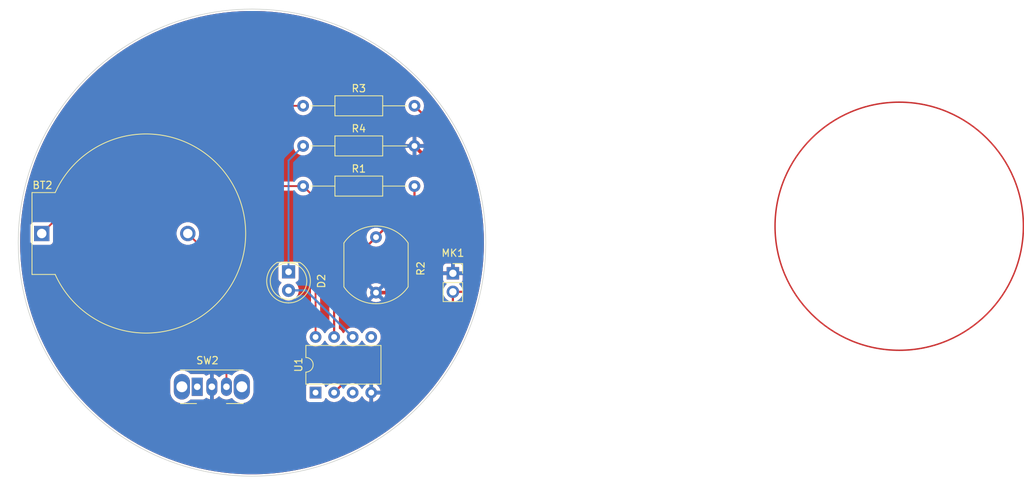
<source format=kicad_pcb>
(kicad_pcb (version 20240108) (generator "pcbnew") (generator_version "8.0")
  (layers (0 "F.Cu" signal) (31 "B.Cu" signal) (34 "B.Paste" user) (35 "F.Paste" user) (36 "B.SilkS" user "B.Silkscreen") (37 "F.SilkS" user "F.Silkscreen") (38 "B.Mask" user) (39 "F.Mask" user) (44 "Edge.Cuts" user))
  (net 0 "")
  (net 1 "+3.3V")
  (net 2 "Net-(BT2--)")
  (net 3 "Net-(D2-K)")
  (net 4 "/LED")
  (net 5 "GND")
  (net 6 "/MIC")
  (net 7 "/LDR")
  (footprint "Resistor_THT:R_Axial_DIN0207_L6.3mm_D2.5mm_P15.24mm_Horizontal" (layer "F.Cu") (at 99.4 61.5)
    (property "Reference" "R3" (at 7.62 -2.37 0) (layer "F.SilkS"))
    (property "Value" "5.6k")
    (fp_line (start 1.04 0) (end 4.35 0) (stroke (width 0.12)) (layer "F.SilkS"))
    (fp_line (start 4.35 -1.37) (end 4.35 1.37) (stroke (width 0.12)) (layer "F.SilkS"))
    (fp_line (start 4.35 1.37) (end 10.89 1.37) (stroke (width 0.12)) (layer "F.SilkS"))
    (fp_line (start 10.89 -1.37) (end 4.35 -1.37) (stroke (width 0.12)) (layer "F.SilkS"))
    (fp_line (start 10.89 1.37) (end 10.89 -1.37) (stroke (width 0.12)) (layer "F.SilkS"))
    (fp_line (start 14.2 0) (end 10.89 0) (stroke (width 0.12)) (layer "F.SilkS"))
    (pad "1" thru_hole circle (at 0 0) (size 1.6 1.6) (drill 0.8) (layers "*.Cu" "*.Mask") (net 1 "+3.3V"))
    (pad "2" thru_hole oval (at 15.24 0) (size 1.6 1.6) (drill 0.8) (layers "*.Cu" "*.Mask") (net 6 "/MIC"))
  )
  (footprint "Resistor_THT:R_Axial_DIN0207_L6.3mm_D2.5mm_P15.24mm_Horizontal" (layer "F.Cu") (at 99.4 72.5)
    (property "Reference" "R1" (at 7.62 -2.37 0) (layer "F.SilkS"))
    (property "Value" "10k")
    (fp_line (start 1.04 0) (end 4.35 0) (stroke (width 0.12)) (layer "F.SilkS"))
    (fp_line (start 4.35 -1.37) (end 4.35 1.37) (stroke (width 0.12)) (layer "F.SilkS"))
    (fp_line (start 4.35 1.37) (end 10.89 1.37) (stroke (width 0.12)) (layer "F.SilkS"))
    (fp_line (start 10.89 -1.37) (end 4.35 -1.37) (stroke (width 0.12)) (layer "F.SilkS"))
    (fp_line (start 10.89 1.37) (end 10.89 -1.37) (stroke (width 0.12)) (layer "F.SilkS"))
    (fp_line (start 14.2 0) (end 10.89 0) (stroke (width 0.12)) (layer "F.SilkS"))
    (pad "1" thru_hole circle (at 0 0) (size 1.6 1.6) (drill 0.8) (layers "*.Cu" "*.Mask") (net 1 "+3.3V"))
    (pad "2" thru_hole oval (at 15.24 0) (size 1.6 1.6) (drill 0.8) (layers "*.Cu" "*.Mask") (net 7 "/LDR"))
  )
  (footprint "OptoDevice:R_LDR_10x8.5mm_P7.6mm_Vertical" (layer "F.Cu") (at 109.375 79.5 -90)
    (property "Reference" "R2" (at 4.3 -6.125 90) (layer "F.SilkS"))
    (property "Value" "5mm LDR")
    (fp_line (start 0.8 4.4) (end 6.8 4.4) (stroke (width 0.12)) (layer "F.SilkS"))
    (fp_line (start 0.8 -4.4) (end 6.8 -4.4) (stroke (width 0.12)) (layer "F.SilkS"))
    (fp_arc (start 0.8 4.4) (mid -1.525374 0.019809) (end 0.76735 -4.37756) (stroke (width 0.12)) (layer "F.SilkS"))
    (fp_arc (start 6.8 -4.4) (mid 9.125374 -0.019809) (end 6.83265 4.37756) (stroke (width 0.12)) (layer "F.SilkS"))
    (pad "1" thru_hole circle (at 0 0 270) (size 1.6 1.6) (drill 0.8) (layers "*.Cu" "*.Mask") (net 7 "/LDR"))
    (pad "2" thru_hole circle (at 7.6 0 270) (size 1.6 1.6) (drill 0.8) (layers "*.Cu" "*.Mask") (net 5 "GND"))
  )
  (footprint "Resistor_THT:R_Axial_DIN0207_L6.3mm_D2.5mm_P15.24mm_Horizontal" (layer "F.Cu") (at 99.4 67)
    (property "Reference" "R4" (at 7.62 -2.37 0) (layer "F.SilkS"))
    (property "Value" "470R")
    (fp_line (start 1.04 0) (end 4.35 0) (stroke (width 0.12)) (layer "F.SilkS"))
    (fp_line (start 4.35 -1.37) (end 4.35 1.37) (stroke (width 0.12)) (layer "F.SilkS"))
    (fp_line (start 4.35 1.37) (end 10.89 1.37) (stroke (width 0.12)) (layer "F.SilkS"))
    (fp_line (start 10.89 -1.37) (end 4.35 -1.37) (stroke (width 0.12)) (layer "F.SilkS"))
    (fp_line (start 10.89 1.37) (end 10.89 -1.37) (stroke (width 0.12)) (layer "F.SilkS"))
    (fp_line (start 14.2 0) (end 10.89 0) (stroke (width 0.12)) (layer "F.SilkS"))
    (pad "1" thru_hole circle (at 0 0) (size 1.6 1.6) (drill 0.8) (layers "*.Cu" "*.Mask") (net 3 "Net-(D2-K)"))
    (pad "2" thru_hole oval (at 15.24 0) (size 1.6 1.6) (drill 0.8) (layers "*.Cu" "*.Mask") (net 5 "GND"))
  )
  (footprint "Battery:BatteryHolder_ComfortableElectronic_CH273-2450_1x2450" (layer "F.Cu") (at 63.610914 79)
    (property "Reference" "BT2" (at 0.1 -6.62 0) (layer "F.SilkS"))
    (property "Value" "3.3v Cell")
    (fp_line (start -1.33 -5.61) (end 1.845 -5.61) (stroke (width 0.12)) (layer "F.SilkS"))
    (fp_line (start -1.33 5.61) (end -1.33 -5.61) (stroke (width 0.12)) (layer "F.SilkS"))
    (fp_line (start 1.845 5.61) (end -1.33 5.61) (stroke (width 0.12)) (layer "F.SilkS"))
    (fp_arc (start 1.845 -5.61) (mid 27.921896 0) (end 1.845 5.61) (stroke (width 0.12)) (layer "F.SilkS"))
    (pad "1" thru_hole rect (at 0 0 270) (size 2.1 2.1) (drill 1.3) (layers "*.Cu" "*.Mask") (net 1 "+3.3V"))
    (pad "2" thru_hole circle (at 20 0 270) (size 2.1 2.1) (drill 1.3) (layers "*.Cu" "*.Mask") (net 2 "Net-(BT2--)"))
  )
  (footprint "LED_THT:LED_D5.0mm" (layer "F.Cu") (at 97.4 84.25 -90)
    (property "Reference" "D2" (at 1.27 -4.5 90) (layer "F.SilkS"))
    (property "Value" "5mm Yellow LED")
    (fp_line (start -1.29 -1.545) (end -1.29 1.545) (stroke (width 0.12)) (layer "F.SilkS"))
    (fp_arc (start 4.26 -0.000462) (mid 2.072002 2.880433) (end -1.29 1.54483) (stroke (width 0.12)) (layer "F.SilkS"))
    (fp_arc (start -1.29 -1.54483) (mid 2.072002 -2.880433) (end 4.26 0.000462) (stroke (width 0.12)) (layer "F.SilkS"))
    (fp_circle (center 1.27 0) (end 3.77 0) (stroke (width 0.12)) (fill none) (layer "F.SilkS"))
    (pad "1" thru_hole rect (at 0 0 270) (size 1.8 1.8) (drill 0.9) (layers "*.Cu" "*.Mask") (net 3 "Net-(D2-K)"))
    (pad "2" thru_hole circle (at 2.54 0 270) (size 1.8 1.8) (drill 0.9) (layers "*.Cu" "*.Mask") (net 4 "/LED"))
  )
  (footprint "Package_DIP:DIP-8_W7.62mm" (layer "F.Cu") (at 101.1 100.8 90)
    (property "Reference" "U1" (at 3.81 -2.33 90) (layer "F.SilkS"))
    (property "Value" "ATtiny85V-10P")
    (fp_line (start 6.46 -1.33) (end 4.81 -1.33) (stroke (width 0.12)) (layer "F.SilkS"))
    (fp_line (start 2.81 -1.33) (end 1.16 -1.33) (stroke (width 0.12)) (layer "F.SilkS"))
    (fp_line (start 1.16 -1.33) (end 1.16 8.95) (stroke (width 0.12)) (layer "F.SilkS"))
    (fp_line (start 6.46 8.95) (end 6.46 -1.33) (stroke (width 0.12)) (layer "F.SilkS"))
    (fp_line (start 1.16 8.95) (end 6.46 8.95) (stroke (width 0.12)) (layer "F.SilkS"))
    (fp_arc (start 4.81 -1.33) (mid 3.81 -0.33) (end 2.81 -1.33) (stroke (width 0.12)) (layer "F.SilkS"))
    (pad "1" thru_hole rect (at 0 0 90) (size 1.6 1.6) (drill 0.8) (layers "*.Cu" "*.Mask"))
    (pad "2" thru_hole oval (at 0 2.54 90) (size 1.6 1.6) (drill 0.8) (layers "*.Cu" "*.Mask") (net 6 "/MIC"))
    (pad "3" thru_hole oval (at 0 5.08 90) (size 1.6 1.6) (drill 0.8) (layers "*.Cu" "*.Mask"))
    (pad "4" thru_hole oval (at 0 7.62 90) (size 1.6 1.6) (drill 0.8) (layers "*.Cu" "*.Mask") (net 5 "GND"))
    (pad "5" thru_hole oval (at 7.62 7.62 90) (size 1.6 1.6) (drill 0.8) (layers "*.Cu" "*.Mask"))
    (pad "6" thru_hole oval (at 7.62 5.08 90) (size 1.6 1.6) (drill 0.8) (layers "*.Cu" "*.Mask") (net 4 "/LED"))
    (pad "7" thru_hole oval (at 7.62 2.54 90) (size 1.6 1.6) (drill 0.8) (layers "*.Cu" "*.Mask") (net 7 "/LDR"))
    (pad "8" thru_hole oval (at 7.62 0 90) (size 1.6 1.6) (drill 0.8) (layers "*.Cu" "*.Mask") (net 1 "+3.3V"))
  )
  (footprint "Connector_PinSocket_2.54mm:PinSocket_1x02_P2.54mm_Vertical" (layer "F.Cu") (at 119.9 84.45)
    (property "Reference" "MK1" (at 0 -2.77 0) (layer "F.SilkS"))
    (property "Value" "Microphone_Condenser")
    (fp_line (start -1.33 1.27) (end -1.33 3.87) (stroke (width 0.12)) (layer "F.SilkS"))
    (fp_line (start -1.33 1.27) (end 1.33 1.27) (stroke (width 0.12)) (layer "F.SilkS"))
    (fp_line (start -1.33 3.87) (end 1.33 3.87) (stroke (width 0.12)) (layer "F.SilkS"))
    (fp_line (start 0 -1.33) (end 1.33 -1.33) (stroke (width 0.12)) (layer "F.SilkS"))
    (fp_line (start 1.33 -1.33) (end 1.33 0) (stroke (width 0.12)) (layer "F.SilkS"))
    (fp_line (start 1.33 1.27) (end 1.33 3.87) (stroke (width 0.12)) (layer "F.SilkS"))
    (pad "1" thru_hole rect (at 0 0) (size 1.7 1.7) (drill 1) (layers "*.Cu" "*.Mask") (net 5 "GND"))
    (pad "2" thru_hole oval (at 0 2.54) (size 1.7 1.7) (drill 1) (layers "*.Cu" "*.Mask") (net 6 "/MIC"))
  )
  (footprint "Button_Switch_THT:SW_Slide_SPDT_Angled_CK_OS102011MA1Q" (layer "F.Cu") (at 84.9 100)
    (property "Reference" "SW2" (at 1.4 -3.6 0) (layer "F.SilkS"))
    (property "Value" "SW_SPDT")
    (fp_line (start -2.3 -2.3) (end 6.3 -2.3) (stroke (width 0.12)) (layer "F.SilkS"))
    (fp_line (start -2.3 2.3) (end -0.1 2.3) (stroke (width 0.12)) (layer "F.SilkS"))
    (fp_line (start 4 2.3) (end 6.3 2.3) (stroke (width 0.12)) (layer "F.SilkS"))
    (pad "" thru_hole oval (at -2.1 0) (size 2.2 3.5) (drill 1.5) (layers "*.Cu" "*.Mask"))
    (pad "" thru_hole oval (at 6.1 0) (size 2.2 3.5) (drill 1.5) (layers "*.Cu" "*.Mask"))
    (pad "1" thru_hole rect (at 0 0) (size 1.5 2.5) (drill 0.9) (layers "*.Cu" "*.Mask"))
    (pad "2" thru_hole oval (at 2 0) (size 1.5 2.5) (drill 0.9) (layers "*.Cu" "*.Mask") (net 5 "GND"))
    (pad "3" thru_hole oval (at 4 0) (size 1.5 2.5) (drill 0.9) (layers "*.Cu" "*.Mask") (net 2 "Net-(BT2--)"))
  )
  (gr_circle (center 181 78) (end 198 78) (stroke (width 0.2)) (fill none) (layer "F.Cu"))
  (gr_circle (center 92.4 80.25) (end 124.4 80.25) (stroke (width 0.1)) (fill none) (layer "Edge.Cuts"))
  (segment (start 99.4 61.5) (end 94.4 61.5) (width 0.25) (layer "F.Cu") (net 1))
  (segment (start 94.4 61.5) (end 92.9 63) (width 0.25) (layer "F.Cu") (net 1))
  (segment (start 101.1 74.2) (end 99.4 72.5) (width 0.25) (layer "F.Cu") (net 1))
  (segment (start 94.4 72.5) (end 99.4 72.5) (width 0.25) (layer "F.Cu") (net 1))
  (segment (start 63.610914 79) (end 70.110914 72.5) (width 0.25) (layer "F.Cu") (net 1))
  (segment (start 101.1 93.18) (end 101.1 74.2) (width 0.25) (layer "F.Cu") (net 1))
  (segment (start 92.9 63) (end 92.9 71) (width 0.25) (layer "F.Cu") (net 1))
  (segment (start 92.9 71) (end 94.4 72.5) (width 0.25) (layer "F.Cu") (net 1))
  (segment (start 70.110914 72.5) (end 94.4 72.5) (width 0.25) (layer "F.Cu") (net 1))
  (segment (start 88.9 84.289086) (end 88.9 100) (width 0.25) (layer "F.Cu") (net 2))
  (segment (start 83.610914 79) (end 88.9 84.289086) (width 0.25) (layer "F.Cu") (net 2))
  (segment (start 97.5 84.35) (end 97.5 84.7) (width 0.25) (layer "F.Cu") (net 3))
  (segment (start 97.4 84.25) (end 97.5 84.35) (width 0.25) (layer "F.Cu") (net 3))
  (segment (start 97.4 69) (end 99.4 67) (width 0.25) (layer "B.Cu") (net 3))
  (segment (start 97.4 84.25) (end 97.4 69) (width 0.25) (layer "B.Cu") (net 3))
  (segment (start 97.4 86.79) (end 97.4 87) (width 0.3) (layer "F.Cu") (net 4))
  (segment (start 99.79 86.79) (end 106.18 93.18) (width 0.3) (layer "B.Cu") (net 4))
  (segment (start 97.4 86.79) (end 99.79 86.79) (width 0.3) (layer "B.Cu") (net 4))
  (segment (start 86.9 100) (end 86.9 104) (width 0.5) (layer "F.Cu") (net 5))
  (segment (start 86.9 104) (end 87.9 105) (width 0.5) (layer "F.Cu") (net 5))
  (segment (start 108.72 100.68) (end 108.9 100.5) (width 0.5) (layer "F.Cu") (net 5))
  (segment (start 115.3 87.1) (end 118.15 84.25) (width 0.5) (layer "F.Cu") (net 5))
  (segment (start 87.9 105) (end 107.9 105) (width 0.5) (layer "F.Cu") (net 5))
  (segment (start 107.9 105) (end 107.9 104) (width 0.5) (layer "F.Cu") (net 5))
  (segment (start 114.64 67) (end 117.9 70.26) (width 0.5) (layer "F.Cu") (net 5))
  (segment (start 107.9 104) (end 108.72 103.18) (width 0.5) (layer "F.Cu") (net 5))
  (segment (start 117.9 84) (end 118.15 84.25) (width 0.5) (layer "F.Cu") (net 5))
  (segment (start 118.35 84.45) (end 119.9 84.45) (width 0.5) (layer "F.Cu") (net 5))
  (segment (start 118.15 84.25) (end 118.35 84.45) (width 0.5) (layer "F.Cu") (net 5))
  (segment (start 108.72 100.8) (end 108.72 100.68) (width 0.5) (layer "F.Cu") (net 5))
  (segment (start 108.72 103.18) (end 108.72 100.8) (width 0.5) (layer "F.Cu") (net 5))
  (segment (start 109.375 87.1) (end 115.3 87.1) (width 0.5) (layer "F.Cu") (net 5))
  (segment (start 117.9 70.26) (end 117.9 84) (width 0.5) (layer "F.Cu") (net 5))
  (segment (start 112.4 90.125) (end 112.4 98.5) (width 0.5) (layer "B.Cu") (net 5))
  (segment (start 109.375 87.1) (end 112.4 90.125) (width 0.5) (layer "B.Cu") (net 5))
  (segment (start 110.1 100.8) (end 108.72 100.8) (width 0.5) (layer "B.Cu") (net 5))
  (segment (start 112.4 98.5) (end 110.1 100.8) (width 0.5) (layer "B.Cu") (net 5))
  (segment (start 119.9 66.76) (end 119.9 77) (width 0.3) (layer "F.Cu") (net 6))
  (segment (start 114.64 61.5) (end 119.9 66.76) (width 0.3) (layer "F.Cu") (net 6))
  (segment (start 121.91 86.99) (end 119.9 86.99) (width 0.3) (layer "F.Cu") (net 6))
  (segment (start 122.4 86.5) (end 121.91 86.99) (width 0.3) (layer "F.Cu") (net 6))
  (segment (start 114.9 96.5) (end 108.4 96.5) (width 0.3) (layer "F.Cu") (net 6))
  (segment (start 119.9 91.5) (end 114.9 96.5) (width 0.3) (layer "F.Cu") (net 6))
  (segment (start 108.4 96.5) (end 107.9 97) (width 0.3) (layer "F.Cu") (net 6))
  (segment (start 107.44 97) (end 103.64 100.8) (width 0.3) (layer "F.Cu") (net 6))
  (segment (start 119.9 77) (end 122.4 79.5) (width 0.3) (layer "F.Cu") (net 6))
  (segment (start 119.9 86.99) (end 119.9 91.5) (width 0.3) (layer "F.Cu") (net 6))
  (segment (start 122.4 79.5) (end 122.4 86.5) (width 0.3) (layer "F.Cu") (net 6))
  (segment (start 107.9 97) (end 107.44 97) (width 0.3) (layer "F.Cu") (net 6))
  (segment (start 103.64 93.18) (end 103.64 85.235) (width 0.3) (layer "F.Cu") (net 7))
  (segment (start 103.9 93) (end 103.72 93.18) (width 0.3) (layer "F.Cu") (net 7))
  (segment (start 114.64 74.235) (end 109.375 79.5) (width 0.3) (layer "F.Cu") (net 7))
  (segment (start 114.64 72.5) (end 114.64 74.235) (width 0.3) (layer "F.Cu") (net 7))
  (segment (start 103.64 85.235) (end 109.375 79.5) (width 0.3) (layer "F.Cu") (net 7))
  (segment (start 103.64 93.18) (end 103.72 93.18) (width 0.3) (layer "F.Cu") (net 7))
  (segment (start 103.72 93.18) (end 103.9 93) (width 0.3) (layer "B.Cu") (net 7))
  (segment (start 103.64 93.18) (end 103.72 93.18) (width 0.3) (layer "B.Cu") (net 7))
  (zone (net 5) (net_name "GND") (layers "F&B.Cu") (connect_pads (clearance 0.5)) (min_thickness 0.25) (fill yes (thermal_gap 0.5) (thermal_bridge_width 0.5))
    (polygon (pts (xy 67.9 57) (xy 83.9 47) (xy 107.9 50) (xy 123.9 66) (xy 125.9 89) (xy 113.9 106) (xy 100.9 112) (xy 77.9 114) (xy 60.9 93) (xy 57.9 69) (xy 68.9 56)))
  )
)
</source>
